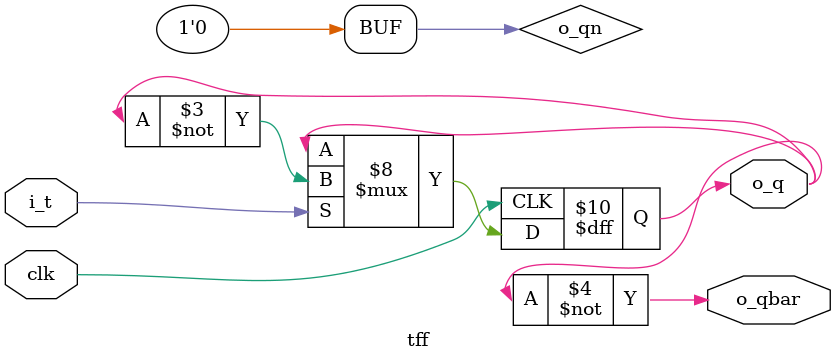
<source format=v>

module tff(
	input 	clk,
	input 	i_t,
	output	o_q,
	output	o_qbar
);
	reg	o_q = 1'b0;
	reg	o_qn = 1'b0;

	always@(posedge clk) begin
		if(!i_t)
			o_q <= o_q ;
		else
			o_q <= ~o_q;
	end

	assign o_qbar = ~o_q;
endmodule

</source>
